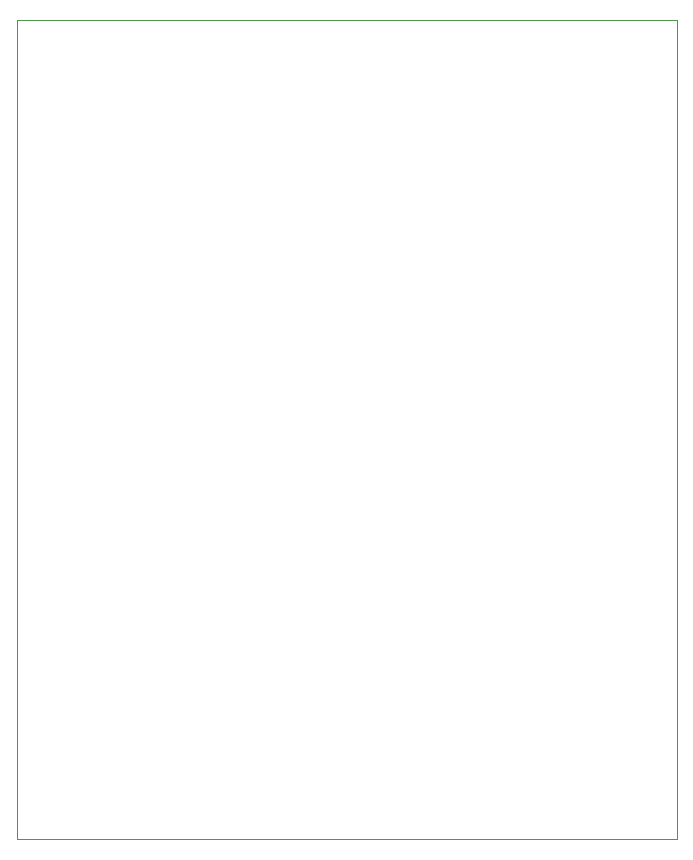
<source format=gbr>
%TF.GenerationSoftware,Altium Limited,Altium Designer,23.3.1 (30)*%
G04 Layer_Color=0*
%FSLAX25Y25*%
%MOIN*%
%TF.SameCoordinates,70BEFA69-D3B7-480D-BB84-950A8577B244*%
%TF.FilePolarity,Positive*%
%TF.FileFunction,Profile,NP*%
%TF.Part,Single*%
G01*
G75*
%TA.AperFunction,Profile*%
%ADD95C,0.00100*%
D95*
X330000Y193000D02*
Y466000D01*
X550000D01*
Y193000D01*
X330000D01*
%TF.MD5,1d19ded9ac74fb144ab1d35cc79d0a0f*%
M02*

</source>
